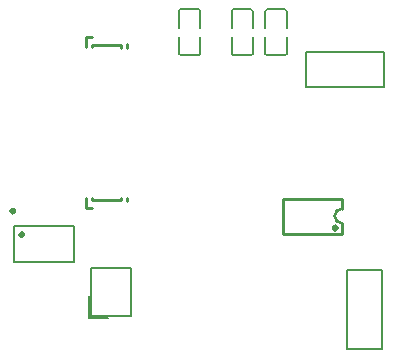
<source format=gbr>
%TF.GenerationSoftware,KiCad,Pcbnew,9.0.4*%
%TF.CreationDate,2025-09-14T02:35:36-04:00*%
%TF.ProjectId,D8X3C_Backpack_V1.0,44385833-435f-4426-9163-6b7061636b5f,rev?*%
%TF.SameCoordinates,Original*%
%TF.FileFunction,Legend,Bot*%
%TF.FilePolarity,Positive*%
%FSLAX46Y46*%
G04 Gerber Fmt 4.6, Leading zero omitted, Abs format (unit mm)*
G04 Created by KiCad (PCBNEW 9.0.4) date 2025-09-14 02:35:36*
%MOMM*%
%LPD*%
G01*
G04 APERTURE LIST*
%ADD10C,0.152500*%
%ADD11C,0.254000*%
%ADD12C,0.300000*%
%ADD13O,3.000000X3.200000*%
%ADD14O,1.100000X2.000000*%
%ADD15O,1.200000X1.800000*%
%ADD16C,0.500000*%
%ADD17R,0.540000X0.790000*%
%ADD18R,0.565500X0.540000*%
%ADD19R,0.540000X0.565500*%
%ADD20R,0.790000X0.540000*%
%ADD21R,1.350000X1.410000*%
%ADD22R,1.500000X0.250000*%
%ADD23R,2.000000X1.500000*%
%ADD24R,1.200000X1.400000*%
%ADD25R,0.800000X0.900000*%
%ADD26R,0.900000X0.800000*%
%ADD27O,0.574000X2.035500*%
%ADD28O,0.630000X1.865000*%
%ADD29R,0.800000X0.864000*%
%ADD30R,2.500000X1.100000*%
%ADD31R,2.340000X3.600000*%
%ADD32R,1.100000X2.500000*%
%ADD33R,3.600000X2.340000*%
G04 APERTURE END LIST*
D10*
%TO.C,C32*%
X14844500Y-9936500D02*
X14844500Y-11346500D01*
X14844500Y-13558500D02*
X14844500Y-12148500D01*
X16499000Y-9784000D02*
X14997000Y-9784000D01*
X16499000Y-13711000D02*
X14997000Y-13711000D01*
X16651500Y-11346500D02*
X16651500Y-9936500D01*
X16651500Y-12148500D02*
X16651500Y-13558500D01*
X14844500Y-9936500D02*
G75*
G02*
X14997000Y-9784000I152499J1D01*
G01*
X14997000Y-13711000D02*
G75*
G02*
X14844500Y-13558500I0J152500D01*
G01*
X16499000Y-9784000D02*
G75*
G02*
X16651500Y-9936500I1J-152499D01*
G01*
X16651500Y-13558500D02*
G75*
G02*
X16499000Y-13711000I-152500J0D01*
G01*
D11*
%TO.C,CN1*%
X6949500Y-12151500D02*
X7472000Y-12151500D01*
X6949500Y-13033000D02*
X6949500Y-12151500D01*
X6949500Y-26651000D02*
X6949500Y-25747000D01*
X6949500Y-26651000D02*
X7470000Y-26651000D01*
X7502000Y-12851500D02*
X7502000Y-13033000D01*
X7502000Y-25747000D02*
X7502000Y-25951000D01*
X9902000Y-12851500D02*
X7502000Y-12851500D01*
X9902000Y-13044000D02*
X9902000Y-12851500D01*
X9902000Y-25951000D02*
X7502000Y-25951000D01*
X9902000Y-25951000D02*
X9902000Y-25756500D01*
X10454500Y-13044000D02*
X10454500Y-12774000D01*
X10454500Y-26028500D02*
X10454500Y-25756500D01*
D10*
%TO.C,X2*%
X7192000Y-35968500D02*
X7192000Y-34111500D01*
X7420500Y-31683000D02*
X7420500Y-35740000D01*
X7420500Y-35740000D02*
X10777500Y-35740000D01*
X8849000Y-35968500D02*
X7192000Y-35968500D01*
X10777500Y-31683000D02*
X7420500Y-31683000D01*
X10777500Y-35740000D02*
X10777500Y-31683000D01*
%TO.C,C31*%
X19289500Y-9936500D02*
X19289500Y-11346500D01*
X19289500Y-13558500D02*
X19289500Y-12148500D01*
X20944000Y-9784000D02*
X19442000Y-9784000D01*
X20944000Y-13711000D02*
X19442000Y-13711000D01*
X21096500Y-11346500D02*
X21096500Y-9936500D01*
X21096500Y-12148500D02*
X21096500Y-13558500D01*
X19289500Y-9936500D02*
G75*
G02*
X19442000Y-9784000I152499J1D01*
G01*
X19442000Y-13711000D02*
G75*
G02*
X19289500Y-13558500I0J152500D01*
G01*
X20944000Y-9784000D02*
G75*
G02*
X21096500Y-9936500I1J-152499D01*
G01*
X21096500Y-13558500D02*
G75*
G02*
X20944000Y-13711000I-152500J0D01*
G01*
%TO.C,C30*%
X22147000Y-9936500D02*
X22147000Y-11346500D01*
X22147000Y-13558500D02*
X22147000Y-12148500D01*
X23801500Y-9784000D02*
X22299500Y-9784000D01*
X23801500Y-13711000D02*
X22299500Y-13711000D01*
X23954000Y-11346500D02*
X23954000Y-9936500D01*
X23954000Y-12148500D02*
X23954000Y-13558500D01*
X22147000Y-9936500D02*
G75*
G02*
X22299500Y-9784000I152499J1D01*
G01*
X22299500Y-13711000D02*
G75*
G02*
X22147000Y-13558500I0J152500D01*
G01*
X23801500Y-9784000D02*
G75*
G02*
X23954000Y-9936500I1J-152499D01*
G01*
X23954000Y-13558500D02*
G75*
G02*
X23801500Y-13711000I-152500J0D01*
G01*
%TO.C,U10*%
X903000Y-28133000D02*
X903000Y-31176000D01*
X903000Y-31176000D02*
X5955000Y-31176000D01*
X5955000Y-28133000D02*
X903000Y-28133000D01*
X5955000Y-31176000D02*
X5955000Y-28133000D01*
D12*
X934500Y-26886500D02*
G75*
G02*
X634500Y-26886500I-150000J0D01*
G01*
X634500Y-26886500D02*
G75*
G02*
X934500Y-26886500I150000J0D01*
G01*
X1674000Y-28885500D02*
G75*
G02*
X1374000Y-28885500I-150000J0D01*
G01*
X1374000Y-28885500D02*
G75*
G02*
X1674000Y-28885500I150000J0D01*
G01*
D11*
%TO.C,U2*%
X23662000Y-28802500D02*
X23662000Y-25823000D01*
X28661500Y-26670000D02*
X28661500Y-25823000D01*
X28662000Y-25823000D02*
X23662000Y-25823000D01*
X28662000Y-27940000D02*
X28662000Y-28802500D01*
X28662000Y-28802500D02*
X23662000Y-28802500D01*
X28662000Y-27940000D02*
G75*
G02*
X28661500Y-26670000I-500J635000D01*
G01*
D12*
X28217000Y-28321000D02*
G75*
G02*
X27917000Y-28321000I-150000J0D01*
G01*
X27917000Y-28321000D02*
G75*
G02*
X28217000Y-28321000I150000J0D01*
G01*
D10*
%TO.C,U4*%
X29076000Y-31876000D02*
X29076000Y-38528000D01*
X29076000Y-38528000D02*
X32019000Y-38528000D01*
X32019000Y-31876000D02*
X29076000Y-31876000D01*
X32019000Y-38528000D02*
X32019000Y-31876000D01*
%TO.C,U11*%
X25566500Y-13414500D02*
X25566500Y-16357500D01*
X25566500Y-16357500D02*
X32218500Y-16357500D01*
X32218500Y-13414500D02*
X25566500Y-13414500D01*
X32218500Y-16357500D02*
X32218500Y-13414500D01*
%TD*%
%LPC*%
D13*
%TO.C,*%
X2000000Y-2000000D03*
%TD*%
%TO.C,*%
X38000000Y-2000000D03*
%TD*%
%TO.C,*%
X2000000Y-38000000D03*
%TD*%
D14*
%TO.C,USB1*%
X16185500Y-33036500D03*
D15*
X16185500Y-37236500D03*
D14*
X24835500Y-33036500D03*
D15*
X24835500Y-37236500D03*
%TD*%
D13*
%TO.C,*%
X38000000Y-38000000D03*
%TD*%
D16*
%TO.C,RTS#*%
X24224000Y-31479500D03*
%TD*%
D17*
%TO.C,C4*%
X6667500Y-34062500D03*
X6667500Y-35152500D03*
%TD*%
D18*
%TO.C,R37*%
X13455000Y-25164500D03*
X14321000Y-25164500D03*
%TD*%
D19*
%TO.C,R49*%
X29337000Y-22554000D03*
X29337000Y-23420000D03*
%TD*%
D20*
%TO.C,C9*%
X8990500Y-37338000D03*
X7900500Y-37338000D03*
%TD*%
D21*
%TO.C,C32*%
X15748000Y-10747500D03*
X15748000Y-12747500D03*
%TD*%
D18*
%TO.C,R36*%
X13455000Y-26053500D03*
X14321000Y-26053500D03*
%TD*%
D22*
%TO.C,CN1*%
X6949000Y-25391000D03*
X6948000Y-24889000D03*
X6949000Y-24389500D03*
X6949000Y-23889500D03*
X6949000Y-23389500D03*
X6949000Y-22889500D03*
X6949000Y-22389500D03*
X6949000Y-21889500D03*
X6949000Y-21389500D03*
X6949000Y-20889500D03*
X6949000Y-20389500D03*
X6949000Y-19889500D03*
X6949000Y-19389500D03*
X6949000Y-18889500D03*
X6949000Y-18389500D03*
X6949000Y-17889500D03*
X6949000Y-17389500D03*
X6949000Y-16889500D03*
X6949000Y-16389500D03*
X6949000Y-15889500D03*
X6949000Y-15389500D03*
X6949000Y-14889500D03*
X6949000Y-14389500D03*
X6949000Y-13889500D03*
X6949000Y-13389500D03*
X10452000Y-13400500D03*
X10452000Y-13900500D03*
X10452000Y-14400500D03*
X10452000Y-14900500D03*
X10452000Y-15400500D03*
X10452000Y-15900500D03*
X10452000Y-16400500D03*
X10452000Y-16900500D03*
X10452000Y-17400500D03*
X10452000Y-17900500D03*
X10452000Y-18400500D03*
X10452000Y-18900500D03*
X10452000Y-19400500D03*
X10452000Y-19900500D03*
X10452000Y-20400500D03*
X10452000Y-20900500D03*
X10452000Y-21400500D03*
X10452000Y-21900500D03*
X10452000Y-22400000D03*
X10452000Y-22900500D03*
X10452000Y-23400000D03*
X10452000Y-23900500D03*
X10452000Y-24400000D03*
X10452000Y-24900500D03*
X10452000Y-25400000D03*
D23*
X8701000Y-27199000D03*
X8703000Y-11601000D03*
%TD*%
D24*
%TO.C,X2*%
X8249000Y-34811500D03*
X8249000Y-32611500D03*
X9949000Y-32611500D03*
X9949000Y-34811500D03*
%TD*%
D20*
%TO.C,C12*%
X18187500Y-34671000D03*
X19277500Y-34671000D03*
%TD*%
D18*
%TO.C,R34*%
X4859500Y-23094000D03*
X3993500Y-23094000D03*
%TD*%
D25*
%TO.C,C33*%
X30288000Y-20447000D03*
X31688000Y-20447000D03*
%TD*%
D21*
%TO.C,C31*%
X20193000Y-10747500D03*
X20193000Y-12747500D03*
%TD*%
D18*
%TO.C,R4*%
X3993500Y-24041000D03*
X4859500Y-24041000D03*
%TD*%
%TO.C,R35*%
X4859500Y-21929500D03*
X3993500Y-21929500D03*
%TD*%
D17*
%TO.C,C3*%
X11366500Y-32538500D03*
X11366500Y-33628500D03*
%TD*%
D18*
%TO.C,R23*%
X17347000Y-12382500D03*
X18213000Y-12382500D03*
%TD*%
D26*
%TO.C,C15*%
X22415500Y-24890500D03*
X22415500Y-26290500D03*
%TD*%
D21*
%TO.C,C30*%
X23050500Y-10747500D03*
X23050500Y-12747500D03*
%TD*%
D17*
%TO.C,C6*%
X4762500Y-34507000D03*
X4762500Y-35597000D03*
%TD*%
%TO.C,C10*%
X38077000Y-33641000D03*
X38077000Y-34731000D03*
%TD*%
D27*
%TO.C,U10*%
X1524000Y-26886500D03*
X2794000Y-26886500D03*
X4064000Y-26886500D03*
X5334000Y-26886500D03*
X5334000Y-32422500D03*
X4064000Y-32422500D03*
X2794000Y-32422500D03*
X1524000Y-32422500D03*
%TD*%
D18*
%TO.C,R41*%
X13600500Y-28448000D03*
X14466500Y-28448000D03*
%TD*%
D25*
%TO.C,C19*%
X5078500Y-37528500D03*
X6478500Y-37528500D03*
%TD*%
D26*
%TO.C,C8*%
X36337500Y-34886000D03*
X36337500Y-33486000D03*
%TD*%
D28*
%TO.C,U2*%
X28067000Y-29987500D03*
X26797000Y-29987500D03*
X25527000Y-29987500D03*
X24257000Y-29987500D03*
X24257000Y-24622500D03*
X25527000Y-24622500D03*
X26797000Y-24622500D03*
X28067000Y-24622500D03*
%TD*%
D29*
%TO.C,L3*%
X13333500Y-27241500D03*
X14733500Y-27241500D03*
%TD*%
D18*
%TO.C,R8*%
X11291500Y-37211000D03*
X10425500Y-37211000D03*
%TD*%
%TO.C,R40*%
X13455000Y-22497500D03*
X14321000Y-22497500D03*
%TD*%
D25*
%TO.C,C7*%
X7745500Y-38354000D03*
X9145500Y-38354000D03*
%TD*%
D18*
%TO.C,R5*%
X3993500Y-21056500D03*
X4859500Y-21056500D03*
%TD*%
%TO.C,R25*%
X24522500Y-12382500D03*
X25388500Y-12382500D03*
%TD*%
%TO.C,R21*%
X12584500Y-12382500D03*
X13450500Y-12382500D03*
%TD*%
D20*
%TO.C,C11*%
X18187500Y-37338000D03*
X19277500Y-37338000D03*
%TD*%
D18*
%TO.C,R9*%
X19165500Y-36449000D03*
X18299500Y-36449000D03*
%TD*%
D19*
%TO.C,R30*%
X36449000Y-26849000D03*
X36449000Y-25983000D03*
%TD*%
D30*
%TO.C,U4*%
X33617500Y-32902000D03*
X33617500Y-35202000D03*
X33617500Y-37502000D03*
D31*
X27677500Y-35202000D03*
%TD*%
D19*
%TO.C,R53*%
X31369000Y-30174000D03*
X31369000Y-31040000D03*
%TD*%
D20*
%TO.C,C20*%
X1614000Y-34988500D03*
X2704000Y-34988500D03*
%TD*%
D18*
%TO.C,R10*%
X19160500Y-35564000D03*
X18294500Y-35564000D03*
%TD*%
%TO.C,R39*%
X13455000Y-23386500D03*
X14321000Y-23386500D03*
%TD*%
D26*
%TO.C,C17*%
X13208000Y-31751500D03*
X13208000Y-30351500D03*
%TD*%
D32*
%TO.C,U11*%
X31192500Y-17956000D03*
X28892500Y-17956000D03*
X26592500Y-17956000D03*
D33*
X28892500Y-12016000D03*
%TD*%
D18*
%TO.C,R57*%
X31802000Y-26225500D03*
X30936000Y-26225500D03*
%TD*%
%TO.C,R38*%
X13455000Y-24275500D03*
X14321000Y-24275500D03*
%TD*%
%LPD*%
M02*

</source>
